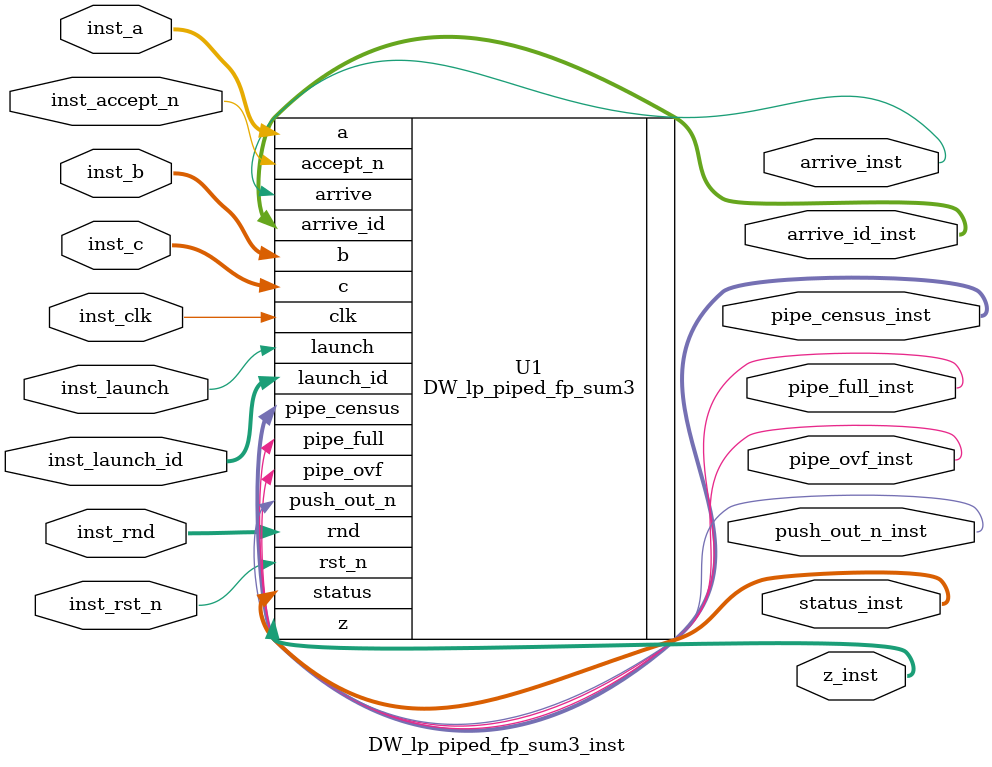
<source format=v>
module DW_lp_piped_fp_sum3_inst( inst_clk, inst_rst_n, inst_a, inst_b, inst_c, 
		inst_rnd, z_inst, status_inst, inst_launch, inst_launch_id, 
		pipe_full_inst, pipe_ovf_inst, inst_accept_n, arrive_inst, arrive_id_inst, 
		push_out_n_inst, pipe_census_inst );

parameter sig_width = 23;
parameter exp_width = 8;
parameter ieee_compliance = 0;
parameter arch_type = 0;
parameter op_iso_mode = 0;
parameter id_width = 8;
parameter in_reg = 0;
parameter stages = 4;
parameter out_reg = 0;
parameter no_pm = 1;
parameter rst_mode = 0;


`define bit_width_MX_1__in_reg_P_stages_M_1_P_out_reg_P_1 2

input inst_clk;
input inst_rst_n;
input [sig_width+exp_width : 0] inst_a;
input [sig_width+exp_width : 0] inst_b;
input [sig_width+exp_width : 0] inst_c;
input [2 : 0] inst_rnd;
output [sig_width+exp_width : 0] z_inst;
output [7 : 0] status_inst;
input inst_launch;
input [id_width-1 : 0] inst_launch_id;
output pipe_full_inst;
output pipe_ovf_inst;
input inst_accept_n;
output arrive_inst;
output [id_width-1 : 0] arrive_id_inst;
output push_out_n_inst;
output [(`bit_width_MX_1__in_reg_P_stages_M_1_P_out_reg_P_1)-1 : 0] pipe_census_inst;

    // Instance of DW_lp_piped_fp_sum3
    DW_lp_piped_fp_sum3 #(sig_width, exp_width, ieee_compliance, arch_type, op_iso_mode, id_width, in_reg, stages, out_reg, no_pm, rst_mode)
	  U1 ( .clk(inst_clk), .rst_n(inst_rst_n), .a(inst_a), .b(inst_b), .c(inst_c), .rnd(inst_rnd), .z(z_inst), .status(status_inst), .launch(inst_launch), .launch_id(inst_launch_id), .pipe_full(pipe_full_inst), .pipe_ovf(pipe_ovf_inst), .accept_n(inst_accept_n), .arrive(arrive_inst), .arrive_id(arrive_id_inst), .push_out_n(push_out_n_inst), .pipe_census(pipe_census_inst) );

endmodule

</source>
